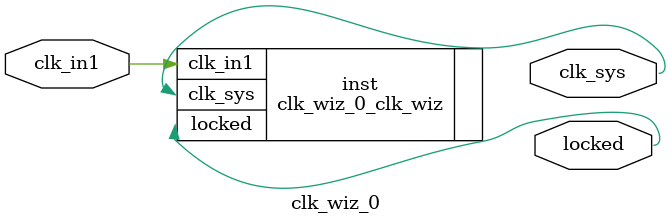
<source format=v>


`timescale 1ps/1ps

(* CORE_GENERATION_INFO = "clk_wiz_0,clk_wiz_v5_4_3_0,{component_name=clk_wiz_0,use_phase_alignment=true,use_min_o_jitter=false,use_max_i_jitter=false,use_dyn_phase_shift=false,use_inclk_switchover=false,use_dyn_reconfig=false,enable_axi=0,feedback_source=FDBK_AUTO,PRIMITIVE=MMCM,num_out_clk=1,clkin1_period=20.000,clkin2_period=10.0,use_power_down=false,use_reset=false,use_locked=true,use_inclk_stopped=false,feedback_type=SINGLE,CLOCK_MGR_TYPE=NA,manual_override=false}" *)

module clk_wiz_0 
 (
  // Clock out ports
  output        clk_sys,
  // Status and control signals
  output        locked,
 // Clock in ports
  input         clk_in1
 );

  clk_wiz_0_clk_wiz inst
  (
  // Clock out ports  
  .clk_sys(clk_sys),
  // Status and control signals               
  .locked(locked),
 // Clock in ports
  .clk_in1(clk_in1)
  );

endmodule

</source>
